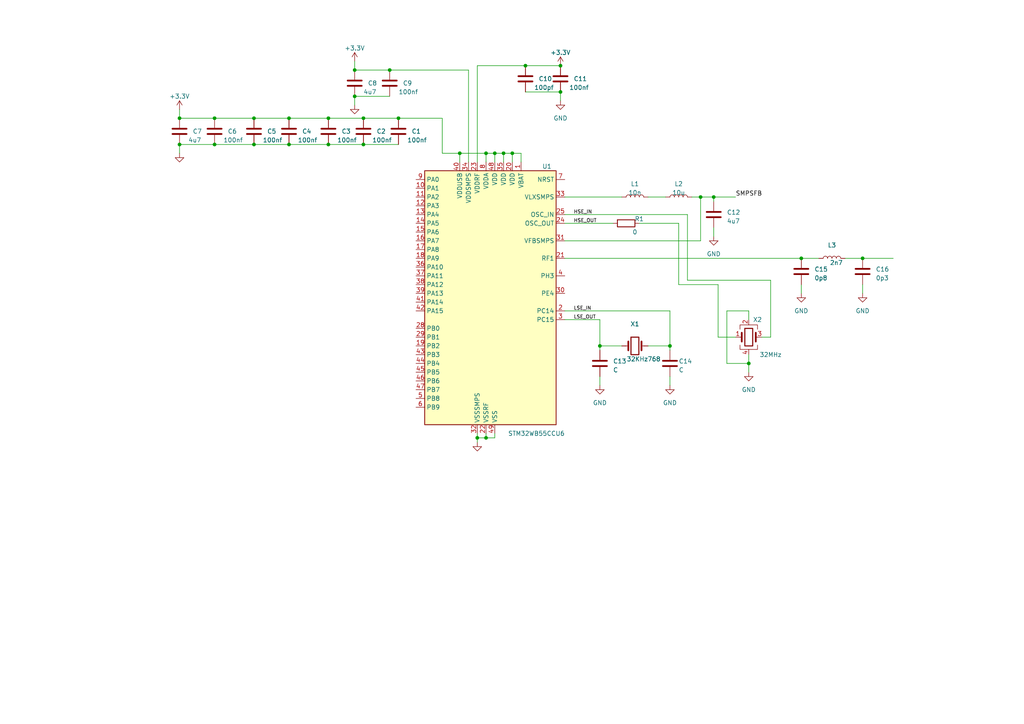
<source format=kicad_sch>
(kicad_sch (version 20230121) (generator eeschema)
  (paper "A4")
  (lib_symbols
    (symbol "Device:C" (pin_numbers hide) (pin_names (offset 0.254))
      (property "Reference" "C" (at 0.635 2.54 0))
      (property "Value" "C" (at 0.635 -2.54 0))
      (symbol "C_0_1"
        (polyline (pts (xy -2.032 -0.762) (xy 2.032 -0.762)) (stroke (width 0.508)))
        (polyline (pts (xy -2.032 0.762) (xy 2.032 0.762)) (stroke (width 0.508)))
      )
      (symbol "C_1_1"
        (pin passive line (at 0 3.81 270) (length 2.794) (name "~") (number "1"))
        (pin passive line (at 0 -3.81 90) (length 2.794) (name "~") (number "2"))
      )
    )
    (symbol "Device:Crystal" (pin_numbers hide) (pin_names (offset 1.016) hide)
      (property "Reference" "Y" (at 0 3.81 0))
      (property "Value" "Crystal" (at 0 -3.81 0))
      (symbol "Crystal_0_1"
        (rectangle (start -1.143 2.54) (end 1.143 -2.54) (stroke (width 0.3048)))
        (polyline (pts (xy -2.54 0) (xy -1.905 0)))
        (polyline (pts (xy -1.905 -1.27) (xy -1.905 1.27)) (stroke (width 0.508)))
        (polyline (pts (xy 1.905 -1.27) (xy 1.905 1.27)) (stroke (width 0.508)))
        (polyline (pts (xy 2.54 0) (xy 1.905 0)))
      )
      (symbol "Crystal_1_1"
        (pin passive line (at -3.81 0 0) (length 1.27) (name "1") (number "1"))
        (pin passive line (at 3.81 0 180) (length 1.27) (name "2") (number "2"))
      )
    )
    (symbol "Device:Crystal_GND24" (pin_names (offset 1.016) hide)
      (property "Reference" "Y" (at 3.175 5.08 0))
      (property "Value" "Crystal_GND24" (at 3.175 3.175 0))
      (symbol "Crystal_GND24_0_1"
        (rectangle (start -1.143 2.54) (end 1.143 -2.54) (stroke (width 0.3048)))
        (polyline (pts (xy -2.54 0) (xy -2.032 0)))
        (polyline (pts (xy -2.032 -1.27) (xy -2.032 1.27)) (stroke (width 0.508)))
        (polyline (pts (xy 0 -3.81) (xy 0 -3.556)))
        (polyline (pts (xy 0 3.556) (xy 0 3.81)))
        (polyline (pts (xy 2.032 -1.27) (xy 2.032 1.27)) (stroke (width 0.508)))
        (polyline (pts (xy 2.032 0) (xy 2.54 0)))
        (polyline (pts (xy -2.54 -2.286) (xy -2.54 -3.556) (xy 2.54 -3.556) (xy 2.54 -2.286)))
        (polyline (pts (xy -2.54 2.286) (xy -2.54 3.556) (xy 2.54 3.556) (xy 2.54 2.286)))
      )
      (symbol "Crystal_GND24_1_1"
        (pin passive line (at -3.81 0 0) (length 1.27) (name "1") (number "1"))
        (pin passive line (at 0 5.08 270) (length 1.27) (name "2") (number "2"))
        (pin passive line (at 3.81 0 180) (length 1.27) (name "3") (number "3"))
        (pin passive line (at 0 -5.08 90) (length 1.27) (name "4") (number "4"))
      )
    )
    (symbol "Device:L" (pin_numbers hide) (pin_names (offset 1.016) hide)
      (property "Reference" "L" (at -1.27 0 90))
      (property "Value" "L" (at 1.905 0 90))
      (symbol "L_0_1"
        (arc (start 0 -2.54) (mid 0.6323 -1.905) (end 0 -1.27))
        (arc (start 0 -1.27) (mid 0.6323 -0.635) (end 0 0))
        (arc (start 0 0) (mid 0.6323 0.635) (end 0 1.27))
        (arc (start 0 1.27) (mid 0.6323 1.905) (end 0 2.54))
      )
      (symbol "L_1_1"
        (pin passive line (at 0 3.81 270) (length 1.27) (name "1") (number "1"))
        (pin passive line (at 0 -3.81 90) (length 1.27) (name "2") (number "2"))
      )
    )
    (symbol "Device:R" (pin_numbers hide) (pin_names (offset 0))
      (property "Reference" "R" (at 2.032 0 90))
      (property "Value" "R" (at 0 0 90))
      (symbol "R_0_1"
        (rectangle (start -1.016 -2.54) (end 1.016 2.54) (stroke (width 0.254)))
      )
      (symbol "R_1_1"
        (pin passive line (at 0 3.81 270) (length 1.27) (name "~") (number "1"))
        (pin passive line (at 0 -3.81 90) (length 1.27) (name "~") (number "2"))
      )
    )
    (symbol "MCU_ST_STM32WB:STM32WB55CCUx"
      (property "Reference" "U" (at -17.78 39.37 0))
      (property "Value" "STM32WB55CCUx" (at 12.7 39.37 0))
      (symbol "STM32WB55CCUx_0_1"
        (rectangle (start -17.78 -35.56) (end 20.32 38.1) (stroke (width 0.254)) (fill (type background)))
      )
      (symbol "STM32WB55CCUx_1_1"
        (pin power_in line (at -7.62 40.64 270) (length 2.54) (name "VBAT") (number "1"))
        (pin bidirectional line (at 22.86 33.02 180) (length 2.54) (name "PA1") (number "10"))
        (pin bidirectional line (at 22.86 30.48 180) (length 2.54) (name "PA2") (number "11"))
        (pin bidirectional line (at 22.86 27.94 180) (length 2.54) (name "PA3") (number "12"))
        (pin bidirectional line (at 22.86 25.4 180) (length 2.54) (name "PA4") (number "13"))
        (pin bidirectional line (at 22.86 22.86 180) (length 2.54) (name "PA5") (number "14"))
        (pin bidirectional line (at 22.86 20.32 180) (length 2.54) (name "PA6") (number "15"))
        (pin bidirectional line (at 22.86 17.78 180) (length 2.54) (name "PA7") (number "16"))
        (pin bidirectional line (at 22.86 15.24 180) (length 2.54) (name "PA8") (number "17"))
        (pin bidirectional line (at 22.86 12.7 180) (length 2.54) (name "PA9") (number "18"))
        (pin bidirectional line (at 22.86 -12.7 180) (length 2.54) (name "PB2") (number "19"))
        (pin bidirectional line (at -20.32 -2.54 0) (length 2.54) (name "PC14") (number "2"))
        (pin power_in line (at -5.08 40.64 270) (length 2.54) (name "VDD") (number "20"))
        (pin bidirectional line (at -20.32 12.7 0) (length 2.54) (name "RF1") (number "21"))
        (pin power_in line (at 2.54 -38.1 90) (length 2.54) (name "VSSRF") (number "22"))
        (pin power_in line (at 5.08 40.64 270) (length 2.54) (name "VDDRF") (number "23"))
        (pin input line (at -20.32 22.86 0) (length 2.54) (name "OSC_OUT") (number "24"))
        (pin input line (at -20.32 25.4 0) (length 2.54) (name "OSC_IN") (number "25"))
        (pin no_connect line (at -17.78 -35.56 0) (length 2.54) hide (name "AT0") (number "26"))
        (pin no_connect line (at -17.78 -33.02 0) (length 2.54) hide (name "AT1") (number "27"))
        (pin bidirectional line (at 22.86 -7.62 180) (length 2.54) (name "PB0") (number "28"))
        (pin bidirectional line (at 22.86 -10.16 180) (length 2.54) (name "PB1") (number "29"))
        (pin bidirectional line (at -20.32 -5.08 0) (length 2.54) (name "PC15") (number "3"))
        (pin bidirectional line (at -20.32 2.54 0) (length 2.54) (name "PE4") (number "30"))
        (pin input line (at -20.32 17.78 0) (length 2.54) (name "VFBSMPS") (number "31"))
        (pin power_in line (at 5.08 -38.1 90) (length 2.54) (name "VSSSMPS") (number "32"))
        (pin power_in line (at -20.32 30.48 0) (length 2.54) (name "VLXSMPS") (number "33"))
        (pin power_in line (at 7.62 40.64 270) (length 2.54) (name "VDDSMPS") (number "34"))
        (pin power_in line (at -2.54 40.64 270) (length 2.54) (name "VDD") (number "35"))
        (pin bidirectional line (at 22.86 10.16 180) (length 2.54) (name "PA10") (number "36"))
        (pin bidirectional line (at 22.86 7.62 180) (length 2.54) (name "PA11") (number "37"))
        (pin bidirectional line (at 22.86 5.08 180) (length 2.54) (name "PA12") (number "38"))
        (pin bidirectional line (at 22.86 2.54 180) (length 2.54) (name "PA13") (number "39"))
        (pin bidirectional line (at -20.32 7.62 0) (length 2.54) (name "PH3") (number "4"))
        (pin power_in line (at 10.16 40.64 270) (length 2.54) (name "VDDUSB") (number "40"))
        (pin bidirectional line (at 22.86 0 180) (length 2.54) (name "PA14") (number "41"))
        (pin bidirectional line (at 22.86 -2.54 180) (length 2.54) (name "PA15") (number "42"))
        (pin bidirectional line (at 22.86 -15.24 180) (length 2.54) (name "PB3") (number "43"))
        (pin bidirectional line (at 22.86 -17.78 180) (length 2.54) (name "PB4") (number "44"))
        (pin bidirectional line (at 22.86 -20.32 180) (length 2.54) (name "PB5") (number "45"))
        (pin bidirectional line (at 22.86 -22.86 180) (length 2.54) (name "PB6") (number "46"))
        (pin bidirectional line (at 22.86 -25.4 180) (length 2.54) (name "PB7") (number "47"))
        (pin power_in line (at 0 40.64 270) (length 2.54) (name "VDD") (number "48"))
        (pin power_in line (at 0 -38.1 90) (length 2.54) (name "VSS") (number "49"))
        (pin bidirectional line (at 22.86 -27.94 180) (length 2.54) (name "PB8") (number "5"))
        (pin bidirectional line (at 22.86 -30.48 180) (length 2.54) (name "PB9") (number "6"))
        (pin input line (at -20.32 35.56 0) (length 2.54) (name "NRST") (number "7"))
        (pin power_in line (at 2.54 40.64 270) (length 2.54) (name "VDDA") (number "8"))
        (pin bidirectional line (at 22.86 35.56 180) (length 2.54) (name "PA0") (number "9"))
      )
    )
    (symbol "power:+3.3V" (power) (pin_names (offset 0))
      (property "Value" "+3.3V" (at 0 3.556 0))
      (symbol "+3.3V_0_1"
        (polyline (pts (xy -0.762 1.27) (xy 0 2.54)))
        (polyline (pts (xy 0 0) (xy 0 2.54)))
        (polyline (pts (xy 0 2.54) (xy 0.762 1.27)))
      )
      (symbol "+3.3V_1_1"
        (pin power_in line (at 0 0 90) (length 0) hide (name "+3.3V") (number "1"))
      )
    )
    (symbol "power:GND" (power) (pin_names (offset 0))
      (property "Value" "GND" (at 0 -3.81 0))
      (symbol "GND_0_1"
        (polyline (pts (xy 0 0) (xy 0 -1.27) (xy 1.27 -1.27) (xy 0 -2.54) (xy -1.27 -1.27) (xy 0 -1.27)))
      )
      (symbol "GND_1_1"
        (pin power_in line (at 0 0 270) (length 0) hide (name "GND") (number "1"))
      )
    )
  )
  (junction (at 52.07 34.29))
  (junction (at 105.41 41.91))
  (junction (at 102.87 20.32))
  (junction (at 194.31 100.33))
  (junction (at 152.4 19.05))
  (junction (at 217.17 105.41))
  (junction (at 62.23 41.91))
  (junction (at 173.99 100.33))
  (junction (at 232.41 74.93))
  (junction (at 113.03 20.32))
  (junction (at 250.19 74.93))
  (junction (at 143.51 44.45))
  (junction (at 140.97 44.45))
  (junction (at 133.35 44.45))
  (junction (at 52.07 41.91))
  (junction (at 203.2 57.15))
  (junction (at 73.66 41.91))
  (junction (at 207.01 57.15))
  (junction (at 146.05 44.45))
  (junction (at 83.82 34.29))
  (junction (at 148.59 44.45))
  (junction (at 162.56 19.05))
  (junction (at 105.41 34.29))
  (junction (at 140.97 127))
  (junction (at 138.43 127))
  (junction (at 95.25 34.29))
  (junction (at 102.87 27.94))
  (junction (at 95.25 41.91))
  (junction (at 62.23 34.29))
  (junction (at 115.57 34.29))
  (junction (at 73.66 34.29))
  (junction (at 83.82 41.91))
  (junction (at 162.56 26.67))
  (wire (pts (xy 203.2 69.85) (xy 203.2 57.15)))
  (wire (pts (xy 152.4 19.05) (xy 162.56 19.05)))
  (wire (pts (xy 217.17 105.41) (xy 210.82 105.41)))
  (wire (pts (xy 83.82 34.29) (xy 95.25 34.29)))
  (wire (pts (xy 173.99 100.33) (xy 180.34 100.33)))
  (wire (pts (xy 207.01 57.15) (xy 213.36 57.15)))
  (wire (pts (xy 208.28 97.79) (xy 213.36 97.79)))
  (wire (pts (xy 62.23 41.91) (xy 73.66 41.91)))
  (wire (pts (xy 199.39 62.23) (xy 199.39 81.28)))
  (wire (pts (xy 73.66 34.29) (xy 83.82 34.29)))
  (wire (pts (xy 102.87 17.78) (xy 102.87 20.32)))
  (wire (pts (xy 152.4 26.67) (xy 162.56 26.67)))
  (wire (pts (xy 173.99 109.22) (xy 173.99 111.76)))
  (wire (pts (xy 138.43 127) (xy 138.43 128.27)))
  (wire (pts (xy 217.17 90.17) (xy 217.17 92.71)))
  (wire (pts (xy 102.87 27.94) (xy 113.03 27.94)))
  (wire (pts (xy 194.31 109.22) (xy 194.31 111.76)))
  (wire (pts (xy 187.96 57.15) (xy 193.04 57.15)))
  (wire (pts (xy 148.59 44.45) (xy 151.13 44.45)))
  (wire (pts (xy 217.17 102.87) (xy 217.17 105.41)))
  (wire (pts (xy 207.01 57.15) (xy 207.01 58.42)))
  (wire (pts (xy 208.28 82.55) (xy 208.28 97.79)))
  (wire (pts (xy 163.83 69.85) (xy 203.2 69.85)))
  (wire (pts (xy 140.97 127) (xy 143.51 127)))
  (wire (pts (xy 143.51 46.99) (xy 143.51 44.45)))
  (wire (pts (xy 207.01 66.04) (xy 207.01 68.58)))
  (wire (pts (xy 196.85 64.77) (xy 196.85 82.55)))
  (wire (pts (xy 163.83 90.17) (xy 194.31 90.17)))
  (wire (pts (xy 73.66 41.91) (xy 83.82 41.91)))
  (wire (pts (xy 105.41 41.91) (xy 115.57 41.91)))
  (wire (pts (xy 146.05 44.45) (xy 146.05 46.99)))
  (wire (pts (xy 163.83 62.23) (xy 199.39 62.23)))
  (wire (pts (xy 52.07 34.29) (xy 62.23 34.29)))
  (wire (pts (xy 148.59 44.45) (xy 148.59 46.99)))
  (wire (pts (xy 163.83 64.77) (xy 177.8 64.77)))
  (wire (pts (xy 102.87 20.32) (xy 113.03 20.32)))
  (wire (pts (xy 163.83 74.93) (xy 232.41 74.93)))
  (wire (pts (xy 232.41 74.93) (xy 237.49 74.93)))
  (wire (pts (xy 138.43 127) (xy 140.97 127)))
  (wire (pts (xy 173.99 92.71) (xy 173.99 100.33)))
  (wire (pts (xy 163.83 57.15) (xy 180.34 57.15)))
  (wire (pts (xy 102.87 27.94) (xy 102.87 30.48)))
  (wire (pts (xy 135.89 20.32) (xy 113.03 20.32)))
  (wire (pts (xy 223.52 97.79) (xy 220.98 97.79)))
  (wire (pts (xy 143.51 127) (xy 143.51 125.73)))
  (wire (pts (xy 105.41 34.29) (xy 115.57 34.29)))
  (wire (pts (xy 187.96 100.33) (xy 194.31 100.33)))
  (wire (pts (xy 245.11 74.93) (xy 250.19 74.93)))
  (wire (pts (xy 200.66 57.15) (xy 203.2 57.15)))
  (wire (pts (xy 203.2 57.15) (xy 207.01 57.15)))
  (wire (pts (xy 52.07 31.75) (xy 52.07 34.29)))
  (wire (pts (xy 140.97 44.45) (xy 140.97 46.99)))
  (wire (pts (xy 138.43 125.73) (xy 138.43 127)))
  (wire (pts (xy 128.27 44.45) (xy 128.27 34.29)))
  (wire (pts (xy 52.07 41.91) (xy 62.23 41.91)))
  (wire (pts (xy 62.23 34.29) (xy 73.66 34.29)))
  (wire (pts (xy 210.82 105.41) (xy 210.82 90.17)))
  (wire (pts (xy 138.43 46.99) (xy 138.43 19.05)))
  (wire (pts (xy 140.97 127) (xy 140.97 125.73)))
  (wire (pts (xy 163.83 92.71) (xy 173.99 92.71)))
  (wire (pts (xy 138.43 19.05) (xy 152.4 19.05)))
  (wire (pts (xy 151.13 46.99) (xy 151.13 44.45)))
  (wire (pts (xy 143.51 44.45) (xy 146.05 44.45)))
  (wire (pts (xy 135.89 46.99) (xy 135.89 20.32)))
  (wire (pts (xy 133.35 44.45) (xy 133.35 46.99)))
  (wire (pts (xy 95.25 41.91) (xy 105.41 41.91)))
  (wire (pts (xy 196.85 82.55) (xy 208.28 82.55)))
  (wire (pts (xy 210.82 90.17) (xy 217.17 90.17)))
  (wire (pts (xy 52.07 41.91) (xy 52.07 44.45)))
  (wire (pts (xy 162.56 26.67) (xy 162.56 29.21)))
  (wire (pts (xy 199.39 81.28) (xy 223.52 81.28)))
  (wire (pts (xy 194.31 90.17) (xy 194.31 100.33)))
  (wire (pts (xy 250.19 82.55) (xy 250.19 85.09)))
  (wire (pts (xy 196.85 64.77) (xy 185.42 64.77)))
  (wire (pts (xy 232.41 82.55) (xy 232.41 85.09)))
  (wire (pts (xy 133.35 44.45) (xy 140.97 44.45)))
  (wire (pts (xy 194.31 100.33) (xy 194.31 101.6)))
  (wire (pts (xy 128.27 34.29) (xy 115.57 34.29)))
  (wire (pts (xy 217.17 105.41) (xy 217.17 107.95)))
  (wire (pts (xy 83.82 41.91) (xy 95.25 41.91)))
  (wire (pts (xy 173.99 100.33) (xy 173.99 101.6)))
  (wire (pts (xy 140.97 44.45) (xy 143.51 44.45)))
  (wire (pts (xy 223.52 81.28) (xy 223.52 97.79)))
  (wire (pts (xy 146.05 44.45) (xy 148.59 44.45)))
  (wire (pts (xy 250.19 74.93) (xy 259.08 74.93)))
  (wire (pts (xy 133.35 44.45) (xy 128.27 44.45)))
  (wire (pts (xy 95.25 34.29) (xy 105.41 34.29)))
  (label "HSE_IN" (at 166.37 62.23 0) (effects (font (size 1 1))))
  (label "LSE_OUT" (at 166.37 92.71 0) (effects (font (size 1 1))))
  (label "SMPSFB" (at 213.36 57.15 0))
  (label "HSE_OUT" (at 166.37 64.77 0) (effects (font (size 1 1))))
  (label "LSE_IN" (at 166.37 90.17 0) (effects (font (size 1 1))))
  (symbol (lib_id "Device:Crystal") (at 184.15 100.33 0) (unit 1)
    (property "Reference" "X1" (at 184.15 93.98 0))
    (property "Value" "32KHz768" (at 186.69 104.14 0))
  )
  (symbol (lib_id "power:GND") (at 250.19 85.09 0) (unit 1)
    (property "Reference" "#PWR013" (effects hide))
    (property "Value" "GND" (at 250.19 90.17 0))
  )
  (symbol (lib_id "Device:C") (at 52.07 38.1 0) (unit 1)
    (property "Reference" "C7" (at 55.88 38.1 0) (effects (justify left)))
    (property "Value" "4u7" (at 54.61 40.64 0) (effects (justify left)))
  )
  (symbol (lib_id "Device:C") (at 152.4 22.86 0) (unit 1)
    (property "Reference" "C10" (at 156.21 22.86 0) (effects (justify left)))
    (property "Value" "100pf" (at 154.94 25.4 0) (effects (justify left)))
  )
  (symbol (lib_id "Device:L") (at 184.15 57.15 90) (unit 1)
    (property "Reference" "L1" (at 184.15 53.34 90))
    (property "Value" "10n" (at 184.15 55.88 90))
  )
  (symbol (lib_id "Device:C") (at 73.66 38.1 0) (unit 1)
    (property "Reference" "C5" (at 77.47 38.1 0) (effects (justify left)))
    (property "Value" "100nf" (at 76.2 40.64 0) (effects (justify left)))
  )
  (symbol (lib_id "power:GND") (at 232.41 85.09 0) (unit 1)
    (property "Reference" "#PWR012" (effects hide))
    (property "Value" "GND" (at 232.41 90.17 0))
  )
  (symbol (lib_id "power:+3.3V") (at 52.07 31.75 0) (unit 1)
    (property "Reference" "#PWR03" (effects hide))
    (property "Value" "+3.3V" (at 52.07 27.94 0))
  )
  (symbol (lib_id "Device:C") (at 115.57 38.1 0) (unit 1)
    (property "Reference" "C1" (at 119.38 38.1 0) (effects (justify left)))
    (property "Value" "100nf" (at 118.11 40.64 0) (effects (justify left)))
  )
  (symbol (lib_id "power:+3.3V") (at 102.87 17.78 0) (unit 1)
    (property "Reference" "#PWR04" (effects hide))
    (property "Value" "+3.3V" (at 102.87 13.97 0))
  )
  (symbol (lib_id "power:GND") (at 217.17 107.95 0) (unit 1)
    (property "Reference" "#PWR011" (effects hide))
    (property "Value" "GND" (at 217.17 113.03 0))
  )
  (symbol (lib_id "power:GND") (at 207.01 68.58 0) (unit 1)
    (property "Reference" "#PWR08" (effects hide))
    (property "Value" "GND" (at 207.01 73.66 0))
  )
  (symbol (lib_id "Device:C") (at 207.01 62.23 0) (unit 1)
    (property "Reference" "C12" (at 210.82 61.595 0) (effects (justify left)))
    (property "Value" "4u7" (at 210.82 64.135 0) (effects (justify left)))
  )
  (symbol (lib_id "Device:R") (at 181.61 64.77 90) (unit 1)
    (property "Reference" "R1" (at 185.42 63.5 90))
    (property "Value" "0" (at 184.15 67.31 90))
  )
  (symbol (lib_id "power:GND") (at 138.43 128.27 0) (unit 1)
    (property "Reference" "#PWR01" (effects hide))
    (property "Value" "GND" (effects hide))
  )
  (symbol (lib_id "Device:C") (at 113.03 24.13 0) (unit 1)
    (property "Reference" "C9" (at 116.84 24.13 0) (effects (justify left)))
    (property "Value" "100nf" (at 115.57 26.67 0) (effects (justify left)))
  )
  (symbol (lib_id "Device:L") (at 241.3 74.93 90) (unit 1)
    (property "Reference" "L3" (at 241.3 71.12 90))
    (property "Value" "2n7" (at 242.57 76.2 90))
  )
  (symbol (lib_id "Device:C") (at 194.31 105.41 0) (unit 1)
    (property "Reference" "C14" (at 196.85 104.775 0) (effects (justify left)))
    (property "Value" "C" (at 196.85 107.315 0) (effects (justify left)))
  )
  (symbol (lib_id "Device:C") (at 102.87 24.13 0) (unit 1)
    (property "Reference" "C8" (at 106.68 24.13 0) (effects (justify left)))
    (property "Value" "4u7" (at 105.41 26.67 0) (effects (justify left)))
  )
  (symbol (lib_id "power:GND") (at 173.99 111.76 0) (unit 1)
    (property "Reference" "#PWR09" (effects hide))
    (property "Value" "GND" (at 173.99 116.84 0))
  )
  (symbol (lib_id "Device:C") (at 162.56 22.86 0) (unit 1)
    (property "Reference" "C11" (at 166.37 22.86 0) (effects (justify left)))
    (property "Value" "100nf" (at 165.1 25.4 0) (effects (justify left)))
  )
  (symbol (lib_id "MCU_ST_STM32WB:STM32WB55CCUx") (at 143.51 87.63 0) (mirror y) (unit 1)
    (property "Reference" "U1" (at 160.02 48.26 0) (effects (justify left)))
    (property "Value" "STM32WB55CCU6" (at 163.83 125.73 0) (effects (justify left)))
    (property "Footprint" "Package_DFN_QFN:QFN-48-1EP_7x7mm_P0.5mm_EP5.6x5.6mm" (effects hide))
    (property "Datasheet" "https://www.st.com/resource/en/datasheet/stm32wb55cc.pdf" (effects hide))
  )
  (symbol (lib_id "Device:C") (at 95.25 38.1 0) (unit 1)
    (property "Reference" "C3" (at 99.06 38.1 0) (effects (justify left)))
    (property "Value" "100nf" (at 97.79 40.64 0) (effects (justify left)))
  )
  (symbol (lib_id "Device:L") (at 196.85 57.15 90) (unit 1)
    (property "Reference" "L2" (at 196.85 53.34 90))
    (property "Value" "10u" (at 196.85 55.88 90))
  )
  (symbol (lib_id "Device:C") (at 83.82 38.1 0) (unit 1)
    (property "Reference" "C4" (at 87.63 38.1 0) (effects (justify left)))
    (property "Value" "100nf" (at 86.36 40.64 0) (effects (justify left)))
  )
  (symbol (lib_id "Device:Crystal_GND24") (at 217.17 97.79 0) (unit 1)
    (property "Reference" "X2" (at 219.71 92.71 0))
    (property "Value" "32MHz" (at 223.52 102.87 0))
  )
  (symbol (lib_id "power:GND") (at 52.07 44.45 0) (unit 1)
    (property "Reference" "#PWR02" (effects hide))
    (property "Value" "GND" (effects hide))
  )
  (symbol (lib_id "power:GND") (at 162.56 29.21 0) (unit 1)
    (property "Reference" "#PWR06" (effects hide))
    (property "Value" "GND" (at 162.56 34.29 0))
  )
  (symbol (lib_id "Device:C") (at 105.41 38.1 0) (unit 1)
    (property "Reference" "C2" (at 109.22 38.1 0) (effects (justify left)))
    (property "Value" "100nf" (at 107.95 40.64 0) (effects (justify left)))
  )
  (symbol (lib_id "Device:C") (at 173.99 105.41 0) (unit 1)
    (property "Reference" "C13" (at 177.8 104.775 0) (effects (justify left)))
    (property "Value" "C" (at 177.8 107.315 0) (effects (justify left)))
  )
  (symbol (lib_id "power:GND") (at 102.87 30.48 0) (unit 1)
    (property "Reference" "#PWR05" (effects hide))
    (property "Value" "GND" (effects hide))
  )
  (symbol (lib_id "power:GND") (at 194.31 111.76 0) (unit 1)
    (property "Reference" "#PWR010" (effects hide))
    (property "Value" "GND" (at 194.31 116.84 0))
  )
  (symbol (lib_id "Device:C") (at 62.23 38.1 0) (unit 1)
    (property "Reference" "C6" (at 66.04 38.1 0) (effects (justify left)))
    (property "Value" "100nf" (at 64.77 40.64 0) (effects (justify left)))
  )
  (symbol (lib_id "Device:C") (at 232.41 78.74 0) (unit 1)
    (property "Reference" "C15" (at 236.22 78.105 0) (effects (justify left)))
    (property "Value" "0p8" (at 236.22 80.645 0) (effects (justify left)))
  )
  (symbol (lib_id "power:+3.3V") (at 162.56 19.05 0) (unit 1)
    (property "Reference" "#PWR07" (effects hide))
    (property "Value" "+3.3V" (at 162.56 15.24 0))
  )
  (symbol (lib_id "Device:C") (at 250.19 78.74 0) (unit 1)
    (property "Reference" "C16" (at 254 78.105 0) (effects (justify left)))
    (property "Value" "0p3" (at 254 80.645 0) (effects (justify left)))
  )
)
</source>
